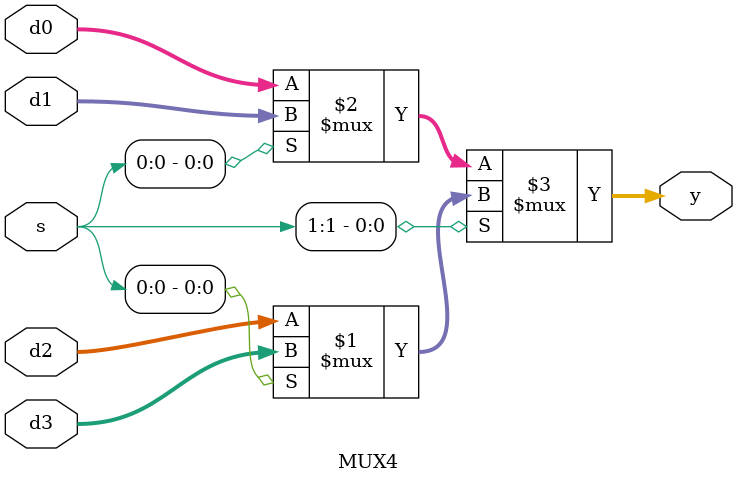
<source format=sv>
`timescale 1ns / 1ps


module MUX4(input logic [3:0] d0, d1, d2, d3,
input logic [1:0] s,
output logic [3:0] y);

assign y = s[1] ? (s[0] ? d3 : d2): (s[0] ? d1 : d0);
endmodule

</source>
